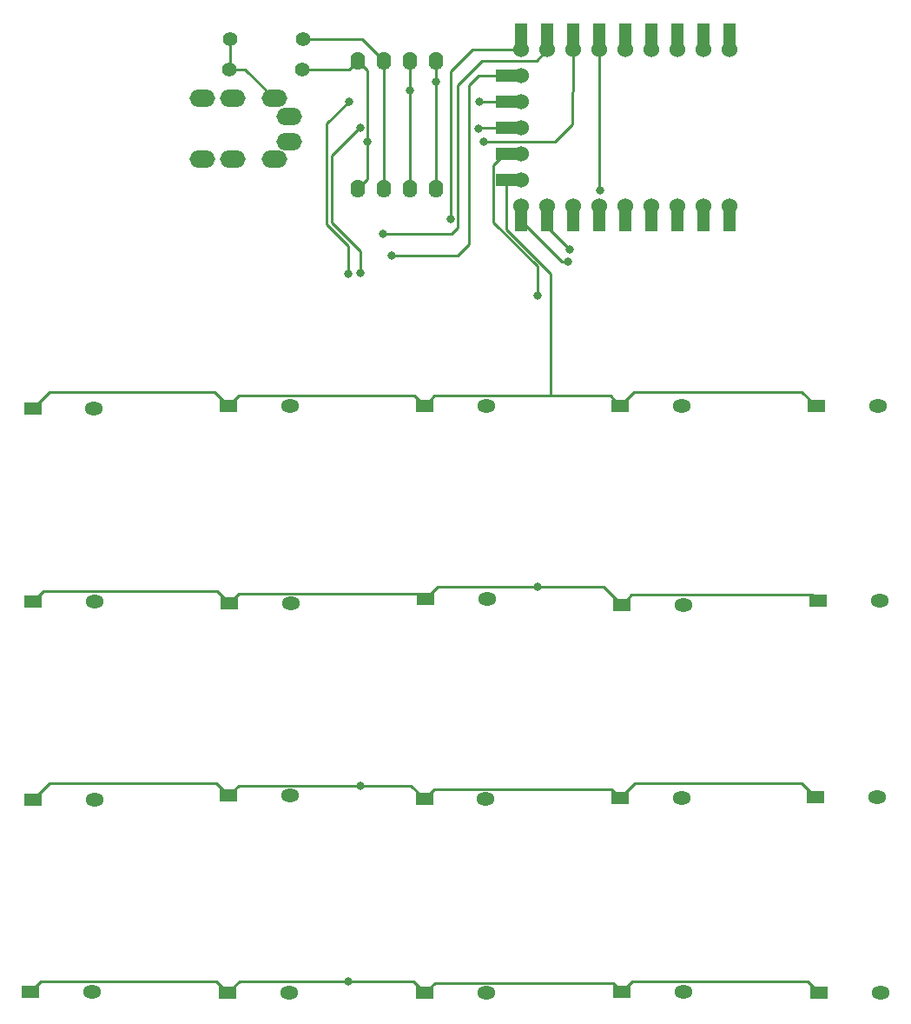
<source format=gbr>
%TF.GenerationSoftware,KiCad,Pcbnew,7.0.8*%
%TF.CreationDate,2023-11-23T22:11:04+09:00*%
%TF.ProjectId,jisaku20rp_tb,6a697361-6b75-4323-9072-705f74622e6b,rev?*%
%TF.SameCoordinates,Original*%
%TF.FileFunction,Copper,L1,Top*%
%TF.FilePolarity,Positive*%
%FSLAX46Y46*%
G04 Gerber Fmt 4.6, Leading zero omitted, Abs format (unit mm)*
G04 Created by KiCad (PCBNEW 7.0.8) date 2023-11-23 22:11:04*
%MOMM*%
%LPD*%
G01*
G04 APERTURE LIST*
%TA.AperFunction,ComponentPad*%
%ADD10C,1.397000*%
%TD*%
%TA.AperFunction,ComponentPad*%
%ADD11O,1.397000X1.778000*%
%TD*%
%TA.AperFunction,ComponentPad*%
%ADD12O,2.500000X1.700000*%
%TD*%
%TA.AperFunction,ComponentPad*%
%ADD13C,1.524000*%
%TD*%
%TA.AperFunction,SMDPad,CuDef*%
%ADD14R,1.200000X2.000000*%
%TD*%
%TA.AperFunction,SMDPad,CuDef*%
%ADD15R,2.000000X1.200000*%
%TD*%
%TA.AperFunction,ComponentPad*%
%ADD16R,1.778000X1.300000*%
%TD*%
%TA.AperFunction,ComponentPad*%
%ADD17O,1.778000X1.300000*%
%TD*%
%TA.AperFunction,ViaPad*%
%ADD18C,0.800000*%
%TD*%
%TA.AperFunction,Conductor*%
%ADD19C,0.250000*%
%TD*%
G04 APERTURE END LIST*
D10*
%TO.P,R2,2*%
%TO.N,SDA*%
X23286000Y24530000D03*
%TO.P,R2,1*%
%TO.N,VCC*%
X16174000Y24530000D03*
%TD*%
%TO.P,R1,2*%
%TO.N,SCL*%
X23386000Y27460000D03*
%TO.P,R1,1*%
%TO.N,VCC*%
X16274000Y27460000D03*
%TD*%
D11*
%TO.P,OL1,4,GND*%
%TO.N,GND*%
X36356000Y12924000D03*
X36356000Y25370000D03*
%TO.P,OL1,3,VCC*%
%TO.N,VCC*%
X33816000Y12924000D03*
X33816000Y25370000D03*
%TO.P,OL1,2,SCL*%
%TO.N,SCL*%
X31276000Y12924000D03*
X31276000Y25370000D03*
%TO.P,OL1,1,SDA*%
%TO.N,SDA*%
X28736000Y12924000D03*
X28736000Y25370000D03*
%TD*%
D12*
%TO.P,J1,A*%
%TO.N,unconnected-(J1-PadA)*%
X22060000Y17520000D03*
X22060000Y19970000D03*
%TO.P,J1,B*%
%TO.N,data*%
X13560000Y15770000D03*
X13560000Y21720000D03*
%TO.P,J1,C*%
%TO.N,GND*%
X16560000Y15770000D03*
X16560000Y21720000D03*
%TO.P,J1,D*%
%TO.N,VCC*%
X20560000Y15770000D03*
X20560000Y21720000D03*
%TD*%
D13*
%TO.P,U2,0,GP0*%
%TO.N,data*%
X65000000Y11230000D03*
D14*
X65000000Y9760000D03*
D13*
%TO.P,U2,1,GP1*%
%TO.N,unconnected-(U2-GP1-Pad1)*%
X62460000Y11230000D03*
D14*
X62460000Y9760000D03*
D13*
%TO.P,U2,2,GP2*%
%TO.N,unconnected-(U2-GP2-Pad2)*%
X59920000Y11230000D03*
D14*
X59920000Y9760000D03*
D13*
%TO.P,U2,3,GP3*%
%TO.N,unconnected-(U2-GP3-Pad3)*%
X57380000Y11230000D03*
D14*
X57380000Y9760000D03*
D13*
%TO.P,U2,4,GP4*%
%TO.N,unconnected-(U2-GP4-Pad4)*%
X54840000Y11230000D03*
D14*
X54840000Y9760000D03*
D13*
%TO.P,U2,5,GP5*%
%TO.N,unconnected-(U2-GP5-Pad5)*%
X52300000Y11230000D03*
D14*
X52300000Y9760000D03*
D13*
%TO.P,U2,6,GP6*%
%TO.N,unconnected-(U2-GP6-Pad6)*%
X49760000Y11230000D03*
D14*
X49760000Y9760000D03*
D13*
%TO.P,U2,7,GP7*%
%TO.N,col4*%
X47220000Y11230000D03*
D14*
X47220000Y9760000D03*
D13*
%TO.P,U2,8,GP8*%
%TO.N,col3*%
X44680000Y11230000D03*
D14*
X44680000Y9760000D03*
D13*
%TO.P,U2,9,GP9*%
%TO.N,row0*%
X44680000Y13770000D03*
D15*
X43230000Y13770000D03*
D13*
%TO.P,U2,10,GP10*%
%TO.N,row1*%
X44680000Y16310000D03*
D15*
X43230000Y16310000D03*
D13*
%TO.P,U2,11,GP11*%
%TO.N,row2*%
X44680000Y18850000D03*
D15*
X43220000Y18850000D03*
D13*
%TO.P,U2,12,GP12*%
%TO.N,row3*%
X44680000Y21390000D03*
D15*
X43240000Y21390000D03*
D13*
%TO.P,U2,13,GP13*%
%TO.N,col2*%
X44680000Y23930000D03*
D15*
X43230000Y23930000D03*
D14*
%TO.P,U2,14,GP14*%
%TO.N,col1*%
X44680000Y27940000D03*
D13*
X44680000Y26470000D03*
D14*
%TO.P,U2,15,GP15*%
%TO.N,col0*%
X47220000Y27940000D03*
D13*
X47220000Y26470000D03*
D14*
%TO.P,U2,26,GP26*%
%TO.N,SDA*%
X49760000Y27940000D03*
D13*
X49760000Y26470000D03*
D14*
%TO.P,U2,27,GP27*%
%TO.N,SCL*%
X52300000Y27940000D03*
D13*
X52300000Y26470000D03*
D14*
%TO.P,U2,28,GP28*%
%TO.N,unconnected-(U2-GP28-Pad28)*%
X54840000Y27940000D03*
D13*
X54840000Y26470000D03*
D14*
%TO.P,U2,29,GP29*%
%TO.N,unconnected-(U2-GP29-Pad29)*%
X57380000Y27940000D03*
D13*
X57380000Y26470000D03*
D14*
%TO.P,U2,30,3V3*%
%TO.N,unconnected-(U2-3V3-Pad30)*%
X59920000Y27940000D03*
D13*
X59920000Y26470000D03*
D14*
%TO.P,U2,31,GND*%
%TO.N,GND*%
X62460000Y27940000D03*
D13*
X62460000Y26470000D03*
D14*
%TO.P,U2,32,5V*%
%TO.N,VCC*%
X65000000Y27940000D03*
D13*
X65000000Y26470000D03*
%TD*%
D16*
%TO.P,D15,1,K*%
%TO.N,row2*%
X73360000Y-46332500D03*
D17*
%TO.P,D15,2,A*%
%TO.N,Net-(D15-A)*%
X79360000Y-46332500D03*
%TD*%
D16*
%TO.P,D11,1,K*%
%TO.N,row2*%
X-2930000Y-46640000D03*
D17*
%TO.P,D11,2,A*%
%TO.N,Net-(D11-A)*%
X3070000Y-46640000D03*
%TD*%
D16*
%TO.P,D4,1,K*%
%TO.N,row0*%
X54330000Y-8240000D03*
D17*
%TO.P,D4,2,A*%
%TO.N,Net-(D4-A)*%
X60330000Y-8240000D03*
%TD*%
D16*
%TO.P,D6,1,K*%
%TO.N,row1*%
X-2950000Y-27340000D03*
D17*
%TO.P,D6,2,A*%
%TO.N,Net-(D6-A)*%
X3050000Y-27340000D03*
%TD*%
D16*
%TO.P,D9,1,K*%
%TO.N,row1*%
X54440000Y-27630000D03*
D17*
%TO.P,D9,2,A*%
%TO.N,Net-(D9-A)*%
X60440000Y-27630000D03*
%TD*%
D16*
%TO.P,D8,1,K*%
%TO.N,row1*%
X35310000Y-27050000D03*
D17*
%TO.P,D8,2,A*%
%TO.N,Net-(D8-A)*%
X41310000Y-27050000D03*
%TD*%
D16*
%TO.P,D20,1,K*%
%TO.N,row3*%
X73695000Y-65430000D03*
D17*
%TO.P,D20,2,A*%
%TO.N,Net-(D20-A)*%
X79695000Y-65430000D03*
%TD*%
D16*
%TO.P,D17,1,K*%
%TO.N,row3*%
X16061250Y-65430000D03*
D17*
%TO.P,D17,2,A*%
%TO.N,Net-(D17-A)*%
X22061250Y-65430000D03*
%TD*%
D16*
%TO.P,D12,1,K*%
%TO.N,row2*%
X16142500Y-46230000D03*
D17*
%TO.P,D12,2,A*%
%TO.N,Net-(D12-A)*%
X22142500Y-46230000D03*
%TD*%
D16*
%TO.P,D10,1,K*%
%TO.N,row1*%
X73570000Y-27195000D03*
D17*
%TO.P,D10,2,A*%
%TO.N,Net-(D10-A)*%
X79570000Y-27195000D03*
%TD*%
D16*
%TO.P,D5,1,K*%
%TO.N,row0*%
X73430000Y-8300000D03*
D17*
%TO.P,D5,2,A*%
%TO.N,Net-(D5-A)*%
X79430000Y-8300000D03*
%TD*%
D16*
%TO.P,D13,1,K*%
%TO.N,row2*%
X35215000Y-46537500D03*
D17*
%TO.P,D13,2,A*%
%TO.N,Net-(D13-A)*%
X41215000Y-46537500D03*
%TD*%
D16*
%TO.P,D1,1,K*%
%TO.N,row0*%
X-2970000Y-8510000D03*
D17*
%TO.P,D1,2,A*%
%TO.N,Net-(D1-A)*%
X3030000Y-8510000D03*
%TD*%
D16*
%TO.P,D14,1,K*%
%TO.N,row2*%
X54287500Y-46435000D03*
D17*
%TO.P,D14,2,A*%
%TO.N,Net-(D14-A)*%
X60287500Y-46435000D03*
%TD*%
D16*
%TO.P,D7,1,K*%
%TO.N,row1*%
X16180000Y-27485000D03*
D17*
%TO.P,D7,2,A*%
%TO.N,Net-(D7-A)*%
X22180000Y-27485000D03*
%TD*%
D16*
%TO.P,D3,1,K*%
%TO.N,row0*%
X35230000Y-8240000D03*
D17*
%TO.P,D3,2,A*%
%TO.N,Net-(D3-A)*%
X41230000Y-8240000D03*
%TD*%
D16*
%TO.P,D19,1,K*%
%TO.N,row3*%
X54483750Y-65300000D03*
D17*
%TO.P,D19,2,A*%
%TO.N,Net-(D19-A)*%
X60483750Y-65300000D03*
%TD*%
D16*
%TO.P,D18,1,K*%
%TO.N,row3*%
X35272500Y-65430000D03*
D17*
%TO.P,D18,2,A*%
%TO.N,Net-(D18-A)*%
X41272500Y-65430000D03*
%TD*%
D16*
%TO.P,D16,1,K*%
%TO.N,row3*%
X-3150000Y-65300000D03*
D17*
%TO.P,D16,2,A*%
%TO.N,Net-(D16-A)*%
X2850000Y-65300000D03*
%TD*%
D16*
%TO.P,D2,1,K*%
%TO.N,row0*%
X16130000Y-8240000D03*
D17*
%TO.P,D2,2,A*%
%TO.N,Net-(D2-A)*%
X22130000Y-8240000D03*
%TD*%
D18*
%TO.N,GND*%
X36320000Y23360000D03*
%TO.N,SCL*%
X52387500Y12700000D03*
%TO.N,SDA*%
X41030000Y17440000D03*
X29685000Y17440000D03*
%TO.N,VCC*%
X33800000Y22477000D03*
%TO.N,row3*%
X27840000Y21410000D03*
%TO.N,col1*%
X37745500Y9920000D03*
%TO.N,row1*%
X46220000Y2490000D03*
X46220000Y-25840000D03*
%TO.N,row2*%
X28980000Y-45255000D03*
X28970000Y4720000D03*
X28960000Y18850000D03*
X40490000Y18720000D03*
%TO.N,row3*%
X27820000Y4640000D03*
X27810000Y-64320000D03*
X40560000Y21370000D03*
X27840000Y21410000D03*
%TO.N,col0*%
X31220000Y8510000D03*
%TO.N,col2*%
X32050000Y6410000D03*
%TO.N,col3*%
X49220000Y5790000D03*
%TO.N,col4*%
X49410000Y6955000D03*
%TD*%
D19*
%TO.N,GND*%
X36320000Y23360000D02*
X36356000Y23324000D01*
X36356000Y23324000D02*
X36356000Y12924000D01*
X36356000Y25370000D02*
X36356000Y23396000D01*
X36356000Y23396000D02*
X36320000Y23360000D01*
%TO.N,SCL*%
X52300000Y12787500D02*
X52387500Y12700000D01*
X52300000Y26470000D02*
X52300000Y12787500D01*
%TO.N,SDA*%
X29685000Y17440000D02*
X29685000Y13873000D01*
X47920000Y17440000D02*
X41030000Y17440000D01*
X49680000Y19200000D02*
X47920000Y17440000D01*
X29685000Y24421000D02*
X29685000Y17440000D01*
X49760000Y22399526D02*
X49680000Y22319526D01*
X49760000Y26470000D02*
X49760000Y22399526D01*
X49680000Y22319526D02*
X49680000Y19200000D01*
%TO.N,VCC*%
X33800000Y22477000D02*
X33816000Y22461000D01*
X33816000Y22461000D02*
X33816000Y12924000D01*
X33816000Y25370000D02*
X33816000Y22493000D01*
X33816000Y22493000D02*
X33800000Y22477000D01*
X16174000Y24530000D02*
X17750000Y24530000D01*
X17750000Y24530000D02*
X20560000Y21720000D01*
X16274000Y27460000D02*
X16274000Y24630000D01*
X16274000Y24630000D02*
X16174000Y24530000D01*
%TO.N,SCL*%
X23386000Y27460000D02*
X29186000Y27460000D01*
X29186000Y27460000D02*
X31276000Y25370000D01*
%TO.N,SDA*%
X23286000Y24530000D02*
X27896000Y24530000D01*
X27896000Y24530000D02*
X28736000Y25370000D01*
X28736000Y25370000D02*
X29685000Y24421000D01*
X29685000Y13873000D02*
X28736000Y12924000D01*
%TO.N,SCL*%
X31276000Y25370000D02*
X31276000Y12924000D01*
%TO.N,row2*%
X28960000Y18850000D02*
X28890000Y18850000D01*
X28960000Y6806396D02*
X28960000Y4730000D01*
X28890000Y18850000D02*
X26150000Y16110000D01*
X26150000Y16110000D02*
X26150000Y9616396D01*
X26150000Y9616396D02*
X28960000Y6806396D01*
X28960000Y4730000D02*
X28970000Y4720000D01*
%TO.N,row3*%
X25700000Y9430000D02*
X25700000Y19270000D01*
X27820000Y4640000D02*
X27820000Y7310000D01*
X27820000Y7310000D02*
X25700000Y9430000D01*
X25700000Y19270000D02*
X27840000Y21410000D01*
%TO.N,col1*%
X37745500Y9920000D02*
X37745500Y24345500D01*
X37745500Y24345500D02*
X39870000Y26470000D01*
%TO.N,col0*%
X47220000Y26470000D02*
X46133000Y25383000D01*
X46133000Y25383000D02*
X40840000Y25383000D01*
X40840000Y25383000D02*
X38470000Y23013000D01*
X38470000Y23013000D02*
X38470000Y9080000D01*
X38470000Y9080000D02*
X37900000Y8510000D01*
X37900000Y8510000D02*
X31220000Y8510000D01*
%TO.N,col2*%
X32050000Y6410000D02*
X38470000Y6410000D01*
X39530000Y22970000D02*
X40490000Y23930000D01*
X38470000Y6410000D02*
X39530000Y7470000D01*
X39530000Y7470000D02*
X39530000Y22970000D01*
X40490000Y23930000D02*
X44680000Y23930000D01*
%TO.N,row0*%
X47530000Y-7265000D02*
X53355000Y-7265000D01*
X14787273Y-6897273D02*
X16130000Y-8240000D01*
X55651968Y-6918032D02*
X66350030Y-6918032D01*
X36205000Y-7265000D02*
X47530000Y-7265000D01*
X34255000Y-7265000D02*
X35230000Y-8240000D01*
X43230000Y9590000D02*
X43230000Y8960000D01*
X66350030Y-6918032D02*
X66680000Y-6897273D01*
X53355000Y-7265000D02*
X54330000Y-8240000D01*
X72027273Y-6897273D02*
X73430000Y-8300000D01*
X17105000Y-7265000D02*
X34255000Y-7265000D01*
X54330000Y-8240000D02*
X55651968Y-6918032D01*
X47560000Y1260000D02*
X47560000Y-7235000D01*
X-1357273Y-6897273D02*
X14787273Y-6897273D01*
X-2970000Y-8510000D02*
X-1357273Y-6897273D01*
X47560000Y-7235000D02*
X47530000Y-7265000D01*
X43230000Y8960000D02*
X47560000Y4630000D01*
X47560000Y4630000D02*
X47560000Y1260000D01*
X43230000Y13770000D02*
X44680000Y13770000D01*
X66680000Y-6897273D02*
X72027273Y-6897273D01*
X35230000Y-8240000D02*
X36205000Y-7265000D01*
X43230000Y9590000D02*
X43230000Y13770000D01*
X16130000Y-8240000D02*
X17105000Y-7265000D01*
%TO.N,row1*%
X54440000Y-27630000D02*
X52650000Y-25840000D01*
X16180000Y-27485000D02*
X15025000Y-26330000D01*
X46220000Y-25840000D02*
X36520000Y-25840000D01*
X35310000Y-27050000D02*
X34770000Y-26510000D01*
X36520000Y-25840000D02*
X35310000Y-27050000D01*
X46220000Y5333604D02*
X41905000Y9648604D01*
X46220000Y2490000D02*
X46220000Y5333604D01*
X43050000Y16310000D02*
X44680000Y16310000D01*
X55415000Y-26655000D02*
X54440000Y-27630000D01*
X46260000Y2530000D02*
X46220000Y2490000D01*
X41905000Y9648604D02*
X41905000Y15165000D01*
X52650000Y-25840000D02*
X46220000Y-25840000D01*
X73030000Y-26655000D02*
X55415000Y-26655000D01*
X34770000Y-26510000D02*
X17155000Y-26510000D01*
X15025000Y-26330000D02*
X-1940000Y-26330000D01*
X41905000Y15165000D02*
X43050000Y16310000D01*
X-1940000Y-26330000D02*
X-2950000Y-27340000D01*
X73570000Y-27195000D02*
X73030000Y-26655000D01*
X17155000Y-26510000D02*
X16180000Y-27485000D01*
%TO.N,row2*%
X35215000Y-46537500D02*
X36190000Y-45562500D01*
X55725227Y-44997273D02*
X72024773Y-44997273D01*
X43220000Y18850000D02*
X40620000Y18850000D01*
X54287500Y-46435000D02*
X55725227Y-44997273D01*
X44680000Y18850000D02*
X43220000Y18850000D01*
X33932500Y-45255000D02*
X35215000Y-46537500D01*
X72024773Y-44997273D02*
X73360000Y-46332500D01*
X28980000Y-45255000D02*
X33932500Y-45255000D01*
X53415000Y-45562500D02*
X54287500Y-46435000D01*
X17117500Y-45255000D02*
X28980000Y-45255000D01*
X-1287273Y-44997273D02*
X14909773Y-44997273D01*
X36190000Y-45562500D02*
X53415000Y-45562500D01*
X40620000Y18850000D02*
X40490000Y18720000D01*
X-2930000Y-46640000D02*
X-1287273Y-44997273D01*
X16142500Y-46230000D02*
X17117500Y-45255000D01*
X14909773Y-44997273D02*
X16142500Y-46230000D01*
%TO.N,row3*%
X27810000Y-64320000D02*
X17171250Y-64320000D01*
X54483750Y-65300000D02*
X55458750Y-64325000D01*
X72590000Y-64325000D02*
X73695000Y-65430000D01*
X55458750Y-64325000D02*
X72590000Y-64325000D01*
X36247500Y-64455000D02*
X35272500Y-65430000D01*
X16061250Y-65430000D02*
X14951250Y-64320000D01*
X35272500Y-65430000D02*
X34162500Y-64320000D01*
X54483750Y-65300000D02*
X53638750Y-64455000D01*
X53638750Y-64455000D02*
X36247500Y-64455000D01*
X40580000Y21390000D02*
X44680000Y21390000D01*
X17171250Y-64320000D02*
X16061250Y-65430000D01*
X-2170000Y-64320000D02*
X-3150000Y-65300000D01*
X40560000Y21370000D02*
X40580000Y21390000D01*
X14951250Y-64320000D02*
X-2170000Y-64320000D01*
X34162500Y-64320000D02*
X27810000Y-64320000D01*
%TO.N,col0*%
X47220000Y26470000D02*
X47220000Y27940000D01*
%TO.N,col1*%
X39870000Y26470000D02*
X41230000Y26470000D01*
X44680000Y27940000D02*
X44680000Y26470000D01*
X41230000Y26470000D02*
X44680000Y26470000D01*
%TO.N,col3*%
X44680000Y11230000D02*
X44680000Y9760000D01*
X49220000Y5790000D02*
X48650000Y5790000D01*
X48650000Y5790000D02*
X44680000Y9760000D01*
%TO.N,col4*%
X47220000Y9145000D02*
X49410000Y6955000D01*
X47220000Y11230000D02*
X47220000Y9760000D01*
X47220000Y9760000D02*
X47220000Y9145000D01*
%TD*%
M02*

</source>
